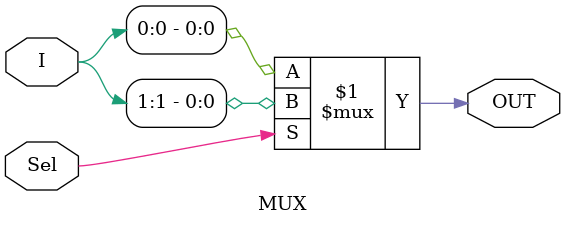
<source format=v>
`timescale 1ns / 1ps
module MUX(
I,Sel,OUT);
input [1:0] I; //I[0] I[1]
input Sel;
output OUT;
assign OUT = Sel ? I[1]: I[0];
endmodule

</source>
